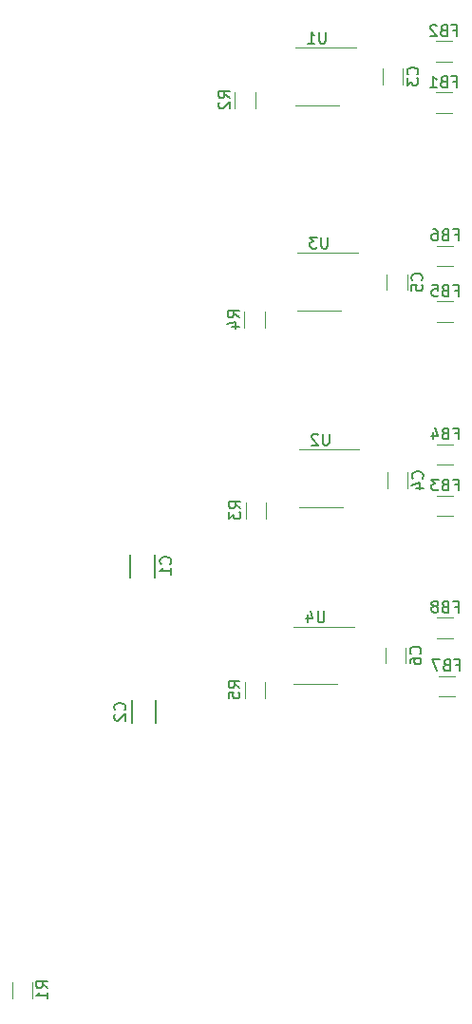
<source format=gbr>
%TF.GenerationSoftware,KiCad,Pcbnew,(6.0.4)*%
%TF.CreationDate,2023-07-24T13:38:07-04:00*%
%TF.ProjectId,BREAD_Slice,42524541-445f-4536-9c69-63652e6b6963,rev?*%
%TF.SameCoordinates,Original*%
%TF.FileFunction,Legend,Bot*%
%TF.FilePolarity,Positive*%
%FSLAX46Y46*%
G04 Gerber Fmt 4.6, Leading zero omitted, Abs format (unit mm)*
G04 Created by KiCad (PCBNEW (6.0.4)) date 2023-07-24 13:38:07*
%MOMM*%
%LPD*%
G01*
G04 APERTURE LIST*
%ADD10C,0.150000*%
%ADD11C,0.120000*%
G04 APERTURE END LIST*
D10*
%TO.C,C1*%
X156108642Y-97024833D02*
X156156261Y-96977214D01*
X156203880Y-96834357D01*
X156203880Y-96739119D01*
X156156261Y-96596261D01*
X156061023Y-96501023D01*
X155965785Y-96453404D01*
X155775309Y-96405785D01*
X155632452Y-96405785D01*
X155441976Y-96453404D01*
X155346738Y-96501023D01*
X155251500Y-96596261D01*
X155203880Y-96739119D01*
X155203880Y-96834357D01*
X155251500Y-96977214D01*
X155299119Y-97024833D01*
X156203880Y-97977214D02*
X156203880Y-97405785D01*
X156203880Y-97691500D02*
X155203880Y-97691500D01*
X155346738Y-97596261D01*
X155441976Y-97501023D01*
X155489595Y-97405785D01*
%TO.C,C2*%
X152035642Y-110042333D02*
X152083261Y-109994714D01*
X152130880Y-109851857D01*
X152130880Y-109756619D01*
X152083261Y-109613761D01*
X151988023Y-109518523D01*
X151892785Y-109470904D01*
X151702309Y-109423285D01*
X151559452Y-109423285D01*
X151368976Y-109470904D01*
X151273738Y-109518523D01*
X151178500Y-109613761D01*
X151130880Y-109756619D01*
X151130880Y-109851857D01*
X151178500Y-109994714D01*
X151226119Y-110042333D01*
X151226119Y-110423285D02*
X151178500Y-110470904D01*
X151130880Y-110566142D01*
X151130880Y-110804238D01*
X151178500Y-110899476D01*
X151226119Y-110947095D01*
X151321357Y-110994714D01*
X151416595Y-110994714D01*
X151559452Y-110947095D01*
X152130880Y-110375666D01*
X152130880Y-110994714D01*
%TO.C,C3*%
X178147142Y-53400333D02*
X178194761Y-53352714D01*
X178242380Y-53209857D01*
X178242380Y-53114619D01*
X178194761Y-52971761D01*
X178099523Y-52876523D01*
X178004285Y-52828904D01*
X177813809Y-52781285D01*
X177670952Y-52781285D01*
X177480476Y-52828904D01*
X177385238Y-52876523D01*
X177290000Y-52971761D01*
X177242380Y-53114619D01*
X177242380Y-53209857D01*
X177290000Y-53352714D01*
X177337619Y-53400333D01*
X177242380Y-53733666D02*
X177242380Y-54352714D01*
X177623333Y-54019380D01*
X177623333Y-54162238D01*
X177670952Y-54257476D01*
X177718571Y-54305095D01*
X177813809Y-54352714D01*
X178051904Y-54352714D01*
X178147142Y-54305095D01*
X178194761Y-54257476D01*
X178242380Y-54162238D01*
X178242380Y-53876523D01*
X178194761Y-53781285D01*
X178147142Y-53733666D01*
%TO.C,C4*%
X178591642Y-89404833D02*
X178639261Y-89357214D01*
X178686880Y-89214357D01*
X178686880Y-89119119D01*
X178639261Y-88976261D01*
X178544023Y-88881023D01*
X178448785Y-88833404D01*
X178258309Y-88785785D01*
X178115452Y-88785785D01*
X177924976Y-88833404D01*
X177829738Y-88881023D01*
X177734500Y-88976261D01*
X177686880Y-89119119D01*
X177686880Y-89214357D01*
X177734500Y-89357214D01*
X177782119Y-89404833D01*
X178020214Y-90261976D02*
X178686880Y-90261976D01*
X177639261Y-90023880D02*
X178353547Y-89785785D01*
X178353547Y-90404833D01*
%TO.C,C5*%
X178528142Y-71751833D02*
X178575761Y-71704214D01*
X178623380Y-71561357D01*
X178623380Y-71466119D01*
X178575761Y-71323261D01*
X178480523Y-71228023D01*
X178385285Y-71180404D01*
X178194809Y-71132785D01*
X178051952Y-71132785D01*
X177861476Y-71180404D01*
X177766238Y-71228023D01*
X177671000Y-71323261D01*
X177623380Y-71466119D01*
X177623380Y-71561357D01*
X177671000Y-71704214D01*
X177718619Y-71751833D01*
X177623380Y-72656595D02*
X177623380Y-72180404D01*
X178099571Y-72132785D01*
X178051952Y-72180404D01*
X178004333Y-72275642D01*
X178004333Y-72513738D01*
X178051952Y-72608976D01*
X178099571Y-72656595D01*
X178194809Y-72704214D01*
X178432904Y-72704214D01*
X178528142Y-72656595D01*
X178575761Y-72608976D01*
X178623380Y-72513738D01*
X178623380Y-72275642D01*
X178575761Y-72180404D01*
X178528142Y-72132785D01*
%TO.C,C6*%
X178401142Y-105025833D02*
X178448761Y-104978214D01*
X178496380Y-104835357D01*
X178496380Y-104740119D01*
X178448761Y-104597261D01*
X178353523Y-104502023D01*
X178258285Y-104454404D01*
X178067809Y-104406785D01*
X177924952Y-104406785D01*
X177734476Y-104454404D01*
X177639238Y-104502023D01*
X177544000Y-104597261D01*
X177496380Y-104740119D01*
X177496380Y-104835357D01*
X177544000Y-104978214D01*
X177591619Y-105025833D01*
X177496380Y-105882976D02*
X177496380Y-105692500D01*
X177544000Y-105597261D01*
X177591619Y-105549642D01*
X177734476Y-105454404D01*
X177924952Y-105406785D01*
X178305904Y-105406785D01*
X178401142Y-105454404D01*
X178448761Y-105502023D01*
X178496380Y-105597261D01*
X178496380Y-105787738D01*
X178448761Y-105882976D01*
X178401142Y-105930595D01*
X178305904Y-105978214D01*
X178067809Y-105978214D01*
X177972571Y-105930595D01*
X177924952Y-105882976D01*
X177877333Y-105787738D01*
X177877333Y-105597261D01*
X177924952Y-105502023D01*
X177972571Y-105454404D01*
X178067809Y-105406785D01*
%TO.C,FB1*%
X181345333Y-54025071D02*
X181678666Y-54025071D01*
X181678666Y-54548880D02*
X181678666Y-53548880D01*
X181202476Y-53548880D01*
X180488190Y-54025071D02*
X180345333Y-54072690D01*
X180297714Y-54120309D01*
X180250095Y-54215547D01*
X180250095Y-54358404D01*
X180297714Y-54453642D01*
X180345333Y-54501261D01*
X180440571Y-54548880D01*
X180821523Y-54548880D01*
X180821523Y-53548880D01*
X180488190Y-53548880D01*
X180392952Y-53596500D01*
X180345333Y-53644119D01*
X180297714Y-53739357D01*
X180297714Y-53834595D01*
X180345333Y-53929833D01*
X180392952Y-53977452D01*
X180488190Y-54025071D01*
X180821523Y-54025071D01*
X179297714Y-54548880D02*
X179869142Y-54548880D01*
X179583428Y-54548880D02*
X179583428Y-53548880D01*
X179678666Y-53691738D01*
X179773904Y-53786976D01*
X179869142Y-53834595D01*
%TO.C,FB2*%
X181345333Y-49453071D02*
X181678666Y-49453071D01*
X181678666Y-49976880D02*
X181678666Y-48976880D01*
X181202476Y-48976880D01*
X180488190Y-49453071D02*
X180345333Y-49500690D01*
X180297714Y-49548309D01*
X180250095Y-49643547D01*
X180250095Y-49786404D01*
X180297714Y-49881642D01*
X180345333Y-49929261D01*
X180440571Y-49976880D01*
X180821523Y-49976880D01*
X180821523Y-48976880D01*
X180488190Y-48976880D01*
X180392952Y-49024500D01*
X180345333Y-49072119D01*
X180297714Y-49167357D01*
X180297714Y-49262595D01*
X180345333Y-49357833D01*
X180392952Y-49405452D01*
X180488190Y-49453071D01*
X180821523Y-49453071D01*
X179869142Y-49072119D02*
X179821523Y-49024500D01*
X179726285Y-48976880D01*
X179488190Y-48976880D01*
X179392952Y-49024500D01*
X179345333Y-49072119D01*
X179297714Y-49167357D01*
X179297714Y-49262595D01*
X179345333Y-49405452D01*
X179916761Y-49976880D01*
X179297714Y-49976880D01*
%TO.C,FB3*%
X181472333Y-89966071D02*
X181805666Y-89966071D01*
X181805666Y-90489880D02*
X181805666Y-89489880D01*
X181329476Y-89489880D01*
X180615190Y-89966071D02*
X180472333Y-90013690D01*
X180424714Y-90061309D01*
X180377095Y-90156547D01*
X180377095Y-90299404D01*
X180424714Y-90394642D01*
X180472333Y-90442261D01*
X180567571Y-90489880D01*
X180948523Y-90489880D01*
X180948523Y-89489880D01*
X180615190Y-89489880D01*
X180519952Y-89537500D01*
X180472333Y-89585119D01*
X180424714Y-89680357D01*
X180424714Y-89775595D01*
X180472333Y-89870833D01*
X180519952Y-89918452D01*
X180615190Y-89966071D01*
X180948523Y-89966071D01*
X180043761Y-89489880D02*
X179424714Y-89489880D01*
X179758047Y-89870833D01*
X179615190Y-89870833D01*
X179519952Y-89918452D01*
X179472333Y-89966071D01*
X179424714Y-90061309D01*
X179424714Y-90299404D01*
X179472333Y-90394642D01*
X179519952Y-90442261D01*
X179615190Y-90489880D01*
X179900904Y-90489880D01*
X179996142Y-90442261D01*
X180043761Y-90394642D01*
%TO.C,FB4*%
X181472333Y-85394071D02*
X181805666Y-85394071D01*
X181805666Y-85917880D02*
X181805666Y-84917880D01*
X181329476Y-84917880D01*
X180615190Y-85394071D02*
X180472333Y-85441690D01*
X180424714Y-85489309D01*
X180377095Y-85584547D01*
X180377095Y-85727404D01*
X180424714Y-85822642D01*
X180472333Y-85870261D01*
X180567571Y-85917880D01*
X180948523Y-85917880D01*
X180948523Y-84917880D01*
X180615190Y-84917880D01*
X180519952Y-84965500D01*
X180472333Y-85013119D01*
X180424714Y-85108357D01*
X180424714Y-85203595D01*
X180472333Y-85298833D01*
X180519952Y-85346452D01*
X180615190Y-85394071D01*
X180948523Y-85394071D01*
X179519952Y-85251214D02*
X179519952Y-85917880D01*
X179758047Y-84870261D02*
X179996142Y-85584547D01*
X179377095Y-85584547D01*
%TO.C,FB5*%
X181472333Y-72630571D02*
X181805666Y-72630571D01*
X181805666Y-73154380D02*
X181805666Y-72154380D01*
X181329476Y-72154380D01*
X180615190Y-72630571D02*
X180472333Y-72678190D01*
X180424714Y-72725809D01*
X180377095Y-72821047D01*
X180377095Y-72963904D01*
X180424714Y-73059142D01*
X180472333Y-73106761D01*
X180567571Y-73154380D01*
X180948523Y-73154380D01*
X180948523Y-72154380D01*
X180615190Y-72154380D01*
X180519952Y-72202000D01*
X180472333Y-72249619D01*
X180424714Y-72344857D01*
X180424714Y-72440095D01*
X180472333Y-72535333D01*
X180519952Y-72582952D01*
X180615190Y-72630571D01*
X180948523Y-72630571D01*
X179472333Y-72154380D02*
X179948523Y-72154380D01*
X179996142Y-72630571D01*
X179948523Y-72582952D01*
X179853285Y-72535333D01*
X179615190Y-72535333D01*
X179519952Y-72582952D01*
X179472333Y-72630571D01*
X179424714Y-72725809D01*
X179424714Y-72963904D01*
X179472333Y-73059142D01*
X179519952Y-73106761D01*
X179615190Y-73154380D01*
X179853285Y-73154380D01*
X179948523Y-73106761D01*
X179996142Y-73059142D01*
%TO.C,FB6*%
X181472333Y-67677571D02*
X181805666Y-67677571D01*
X181805666Y-68201380D02*
X181805666Y-67201380D01*
X181329476Y-67201380D01*
X180615190Y-67677571D02*
X180472333Y-67725190D01*
X180424714Y-67772809D01*
X180377095Y-67868047D01*
X180377095Y-68010904D01*
X180424714Y-68106142D01*
X180472333Y-68153761D01*
X180567571Y-68201380D01*
X180948523Y-68201380D01*
X180948523Y-67201380D01*
X180615190Y-67201380D01*
X180519952Y-67249000D01*
X180472333Y-67296619D01*
X180424714Y-67391857D01*
X180424714Y-67487095D01*
X180472333Y-67582333D01*
X180519952Y-67629952D01*
X180615190Y-67677571D01*
X180948523Y-67677571D01*
X179519952Y-67201380D02*
X179710428Y-67201380D01*
X179805666Y-67249000D01*
X179853285Y-67296619D01*
X179948523Y-67439476D01*
X179996142Y-67629952D01*
X179996142Y-68010904D01*
X179948523Y-68106142D01*
X179900904Y-68153761D01*
X179805666Y-68201380D01*
X179615190Y-68201380D01*
X179519952Y-68153761D01*
X179472333Y-68106142D01*
X179424714Y-68010904D01*
X179424714Y-67772809D01*
X179472333Y-67677571D01*
X179519952Y-67629952D01*
X179615190Y-67582333D01*
X179805666Y-67582333D01*
X179900904Y-67629952D01*
X179948523Y-67677571D01*
X179996142Y-67772809D01*
%TO.C,FB7*%
X181599333Y-106031571D02*
X181932666Y-106031571D01*
X181932666Y-106555380D02*
X181932666Y-105555380D01*
X181456476Y-105555380D01*
X180742190Y-106031571D02*
X180599333Y-106079190D01*
X180551714Y-106126809D01*
X180504095Y-106222047D01*
X180504095Y-106364904D01*
X180551714Y-106460142D01*
X180599333Y-106507761D01*
X180694571Y-106555380D01*
X181075523Y-106555380D01*
X181075523Y-105555380D01*
X180742190Y-105555380D01*
X180646952Y-105603000D01*
X180599333Y-105650619D01*
X180551714Y-105745857D01*
X180551714Y-105841095D01*
X180599333Y-105936333D01*
X180646952Y-105983952D01*
X180742190Y-106031571D01*
X181075523Y-106031571D01*
X180170761Y-105555380D02*
X179504095Y-105555380D01*
X179932666Y-106555380D01*
%TO.C,FB8*%
X181472333Y-100824571D02*
X181805666Y-100824571D01*
X181805666Y-101348380D02*
X181805666Y-100348380D01*
X181329476Y-100348380D01*
X180615190Y-100824571D02*
X180472333Y-100872190D01*
X180424714Y-100919809D01*
X180377095Y-101015047D01*
X180377095Y-101157904D01*
X180424714Y-101253142D01*
X180472333Y-101300761D01*
X180567571Y-101348380D01*
X180948523Y-101348380D01*
X180948523Y-100348380D01*
X180615190Y-100348380D01*
X180519952Y-100396000D01*
X180472333Y-100443619D01*
X180424714Y-100538857D01*
X180424714Y-100634095D01*
X180472333Y-100729333D01*
X180519952Y-100776952D01*
X180615190Y-100824571D01*
X180948523Y-100824571D01*
X179805666Y-100776952D02*
X179900904Y-100729333D01*
X179948523Y-100681714D01*
X179996142Y-100586476D01*
X179996142Y-100538857D01*
X179948523Y-100443619D01*
X179900904Y-100396000D01*
X179805666Y-100348380D01*
X179615190Y-100348380D01*
X179519952Y-100396000D01*
X179472333Y-100443619D01*
X179424714Y-100538857D01*
X179424714Y-100586476D01*
X179472333Y-100681714D01*
X179519952Y-100729333D01*
X179615190Y-100776952D01*
X179805666Y-100776952D01*
X179900904Y-100824571D01*
X179948523Y-100872190D01*
X179996142Y-100967428D01*
X179996142Y-101157904D01*
X179948523Y-101253142D01*
X179900904Y-101300761D01*
X179805666Y-101348380D01*
X179615190Y-101348380D01*
X179519952Y-101300761D01*
X179472333Y-101253142D01*
X179424714Y-101157904D01*
X179424714Y-100967428D01*
X179472333Y-100872190D01*
X179519952Y-100824571D01*
X179615190Y-100776952D01*
%TO.C,U1*%
X169970904Y-49619380D02*
X169970904Y-50428904D01*
X169923285Y-50524142D01*
X169875666Y-50571761D01*
X169780428Y-50619380D01*
X169589952Y-50619380D01*
X169494714Y-50571761D01*
X169447095Y-50524142D01*
X169399476Y-50428904D01*
X169399476Y-49619380D01*
X168399476Y-50619380D02*
X168970904Y-50619380D01*
X168685190Y-50619380D02*
X168685190Y-49619380D01*
X168780428Y-49762238D01*
X168875666Y-49857476D01*
X168970904Y-49905095D01*
%TO.C,U2*%
X170288404Y-85433380D02*
X170288404Y-86242904D01*
X170240785Y-86338142D01*
X170193166Y-86385761D01*
X170097928Y-86433380D01*
X169907452Y-86433380D01*
X169812214Y-86385761D01*
X169764595Y-86338142D01*
X169716976Y-86242904D01*
X169716976Y-85433380D01*
X169288404Y-85528619D02*
X169240785Y-85481000D01*
X169145547Y-85433380D01*
X168907452Y-85433380D01*
X168812214Y-85481000D01*
X168764595Y-85528619D01*
X168716976Y-85623857D01*
X168716976Y-85719095D01*
X168764595Y-85861952D01*
X169336023Y-86433380D01*
X168716976Y-86433380D01*
%TO.C,U3*%
X170161404Y-67907380D02*
X170161404Y-68716904D01*
X170113785Y-68812142D01*
X170066166Y-68859761D01*
X169970928Y-68907380D01*
X169780452Y-68907380D01*
X169685214Y-68859761D01*
X169637595Y-68812142D01*
X169589976Y-68716904D01*
X169589976Y-67907380D01*
X169209023Y-67907380D02*
X168589976Y-67907380D01*
X168923309Y-68288333D01*
X168780452Y-68288333D01*
X168685214Y-68335952D01*
X168637595Y-68383571D01*
X168589976Y-68478809D01*
X168589976Y-68716904D01*
X168637595Y-68812142D01*
X168685214Y-68859761D01*
X168780452Y-68907380D01*
X169066166Y-68907380D01*
X169161404Y-68859761D01*
X169209023Y-68812142D01*
%TO.C,U4*%
X169843904Y-101244880D02*
X169843904Y-102054404D01*
X169796285Y-102149642D01*
X169748666Y-102197261D01*
X169653428Y-102244880D01*
X169462952Y-102244880D01*
X169367714Y-102197261D01*
X169320095Y-102149642D01*
X169272476Y-102054404D01*
X169272476Y-101244880D01*
X168367714Y-101578214D02*
X168367714Y-102244880D01*
X168605809Y-101197261D02*
X168843904Y-101911547D01*
X168224857Y-101911547D01*
%TO.C,R1*%
X145192380Y-134833333D02*
X144716190Y-134500000D01*
X145192380Y-134261904D02*
X144192380Y-134261904D01*
X144192380Y-134642857D01*
X144240000Y-134738095D01*
X144287619Y-134785714D01*
X144382857Y-134833333D01*
X144525714Y-134833333D01*
X144620952Y-134785714D01*
X144668571Y-134738095D01*
X144716190Y-134642857D01*
X144716190Y-134261904D01*
X145192380Y-135785714D02*
X145192380Y-135214285D01*
X145192380Y-135500000D02*
X144192380Y-135500000D01*
X144335238Y-135404761D01*
X144430476Y-135309523D01*
X144478095Y-135214285D01*
%TO.C,R2*%
X161427880Y-55495833D02*
X160951690Y-55162500D01*
X161427880Y-54924404D02*
X160427880Y-54924404D01*
X160427880Y-55305357D01*
X160475500Y-55400595D01*
X160523119Y-55448214D01*
X160618357Y-55495833D01*
X160761214Y-55495833D01*
X160856452Y-55448214D01*
X160904071Y-55400595D01*
X160951690Y-55305357D01*
X160951690Y-54924404D01*
X160523119Y-55876785D02*
X160475500Y-55924404D01*
X160427880Y-56019642D01*
X160427880Y-56257738D01*
X160475500Y-56352976D01*
X160523119Y-56400595D01*
X160618357Y-56448214D01*
X160713595Y-56448214D01*
X160856452Y-56400595D01*
X161427880Y-55829166D01*
X161427880Y-56448214D01*
%TO.C,R3*%
X162380380Y-92071833D02*
X161904190Y-91738500D01*
X162380380Y-91500404D02*
X161380380Y-91500404D01*
X161380380Y-91881357D01*
X161428000Y-91976595D01*
X161475619Y-92024214D01*
X161570857Y-92071833D01*
X161713714Y-92071833D01*
X161808952Y-92024214D01*
X161856571Y-91976595D01*
X161904190Y-91881357D01*
X161904190Y-91500404D01*
X161380380Y-92405166D02*
X161380380Y-93024214D01*
X161761333Y-92690880D01*
X161761333Y-92833738D01*
X161808952Y-92928976D01*
X161856571Y-92976595D01*
X161951809Y-93024214D01*
X162189904Y-93024214D01*
X162285142Y-92976595D01*
X162332761Y-92928976D01*
X162380380Y-92833738D01*
X162380380Y-92548023D01*
X162332761Y-92452785D01*
X162285142Y-92405166D01*
%TO.C,R4*%
X162253380Y-75053833D02*
X161777190Y-74720500D01*
X162253380Y-74482404D02*
X161253380Y-74482404D01*
X161253380Y-74863357D01*
X161301000Y-74958595D01*
X161348619Y-75006214D01*
X161443857Y-75053833D01*
X161586714Y-75053833D01*
X161681952Y-75006214D01*
X161729571Y-74958595D01*
X161777190Y-74863357D01*
X161777190Y-74482404D01*
X161586714Y-75910976D02*
X162253380Y-75910976D01*
X161205761Y-75672880D02*
X161920047Y-75434785D01*
X161920047Y-76053833D01*
%TO.C,R5*%
X162316880Y-108073833D02*
X161840690Y-107740500D01*
X162316880Y-107502404D02*
X161316880Y-107502404D01*
X161316880Y-107883357D01*
X161364500Y-107978595D01*
X161412119Y-108026214D01*
X161507357Y-108073833D01*
X161650214Y-108073833D01*
X161745452Y-108026214D01*
X161793071Y-107978595D01*
X161840690Y-107883357D01*
X161840690Y-107502404D01*
X161316880Y-108978595D02*
X161316880Y-108502404D01*
X161793071Y-108454785D01*
X161745452Y-108502404D01*
X161697833Y-108597642D01*
X161697833Y-108835738D01*
X161745452Y-108930976D01*
X161793071Y-108978595D01*
X161888309Y-109026214D01*
X162126404Y-109026214D01*
X162221642Y-108978595D01*
X162269261Y-108930976D01*
X162316880Y-108835738D01*
X162316880Y-108597642D01*
X162269261Y-108502404D01*
X162221642Y-108454785D01*
%TO.C,C1*%
X152581500Y-96221500D02*
X152581500Y-98231500D01*
X154721500Y-96191500D02*
X154721500Y-98201500D01*
%TO.C,C2*%
X154848500Y-111179000D02*
X154848500Y-109169000D01*
X152708500Y-111209000D02*
X152708500Y-109199000D01*
D11*
%TO.C,C3*%
X175030000Y-54278252D02*
X175030000Y-52855748D01*
X176850000Y-54278252D02*
X176850000Y-52855748D01*
%TO.C,C4*%
X177294500Y-90282752D02*
X177294500Y-88860248D01*
X175474500Y-90282752D02*
X175474500Y-88860248D01*
%TO.C,C5*%
X177231000Y-72629752D02*
X177231000Y-71207248D01*
X175411000Y-72629752D02*
X175411000Y-71207248D01*
%TO.C,C6*%
X175284000Y-105903752D02*
X175284000Y-104481248D01*
X177104000Y-105903752D02*
X177104000Y-104481248D01*
%TO.C,FB1*%
X181239064Y-55006500D02*
X179784936Y-55006500D01*
X181239064Y-56826500D02*
X179784936Y-56826500D01*
%TO.C,FB2*%
X181239064Y-52254500D02*
X179784936Y-52254500D01*
X181239064Y-50434500D02*
X179784936Y-50434500D01*
%TO.C,FB3*%
X181366064Y-92767500D02*
X179911936Y-92767500D01*
X181366064Y-90947500D02*
X179911936Y-90947500D01*
%TO.C,FB4*%
X181366064Y-86375500D02*
X179911936Y-86375500D01*
X181366064Y-88195500D02*
X179911936Y-88195500D01*
%TO.C,FB5*%
X181366064Y-75432000D02*
X179911936Y-75432000D01*
X181366064Y-73612000D02*
X179911936Y-73612000D01*
%TO.C,FB6*%
X181366064Y-70479000D02*
X179911936Y-70479000D01*
X181366064Y-68659000D02*
X179911936Y-68659000D01*
%TO.C,FB7*%
X181493064Y-107013000D02*
X180038936Y-107013000D01*
X181493064Y-108833000D02*
X180038936Y-108833000D01*
%TO.C,FB8*%
X181366064Y-103626000D02*
X179911936Y-103626000D01*
X181366064Y-101806000D02*
X179911936Y-101806000D01*
%TO.C,U1*%
X169209000Y-51007000D02*
X172659000Y-51007000D01*
X169209000Y-56127000D02*
X171159000Y-56127000D01*
X169209000Y-51007000D02*
X167259000Y-51007000D01*
X169209000Y-56127000D02*
X167259000Y-56127000D01*
%TO.C,U2*%
X169526500Y-86821000D02*
X167576500Y-86821000D01*
X169526500Y-86821000D02*
X172976500Y-86821000D01*
X169526500Y-91941000D02*
X167576500Y-91941000D01*
X169526500Y-91941000D02*
X171476500Y-91941000D01*
%TO.C,U3*%
X169399500Y-69295000D02*
X172849500Y-69295000D01*
X169399500Y-74415000D02*
X167449500Y-74415000D01*
X169399500Y-69295000D02*
X167449500Y-69295000D01*
X169399500Y-74415000D02*
X171349500Y-74415000D01*
%TO.C,U4*%
X169082000Y-102632500D02*
X172532000Y-102632500D01*
X169082000Y-107752500D02*
X167132000Y-107752500D01*
X169082000Y-107752500D02*
X171032000Y-107752500D01*
X169082000Y-102632500D02*
X167132000Y-102632500D01*
%TO.C,R1*%
X142010000Y-135727064D02*
X142010000Y-134272936D01*
X143830000Y-135727064D02*
X143830000Y-134272936D01*
%TO.C,R2*%
X161885500Y-54935436D02*
X161885500Y-56389564D01*
X163705500Y-54935436D02*
X163705500Y-56389564D01*
%TO.C,R3*%
X162838000Y-91511436D02*
X162838000Y-92965564D01*
X164658000Y-91511436D02*
X164658000Y-92965564D01*
%TO.C,R4*%
X164531000Y-74493436D02*
X164531000Y-75947564D01*
X162711000Y-74493436D02*
X162711000Y-75947564D01*
%TO.C,R5*%
X164594500Y-107513436D02*
X164594500Y-108967564D01*
X162774500Y-107513436D02*
X162774500Y-108967564D01*
%TD*%
M02*

</source>
